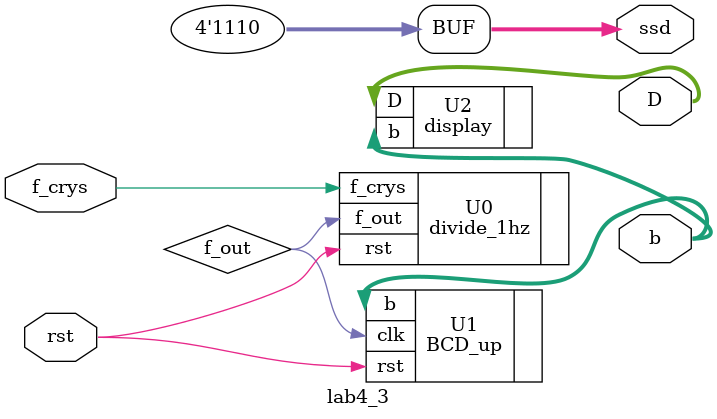
<source format=v>
`timescale 1ns / 1ps


module lab4_3(rst, b, D, ssd, f_crys);
input rst;
input f_crys;
output [3:0]b;
output [7:0]D;
output [3:0]ssd;

wire [3:0]b;
wire f_out;

divide_1hz U0(.f_crys(f_crys),.rst(rst),.f_out(f_out));
BCD_up U1(.clk(f_out),.rst(rst),.b(b));
display U2(.b(b),.D(D));

assign ssd = 4'b1110;

endmodule

</source>
